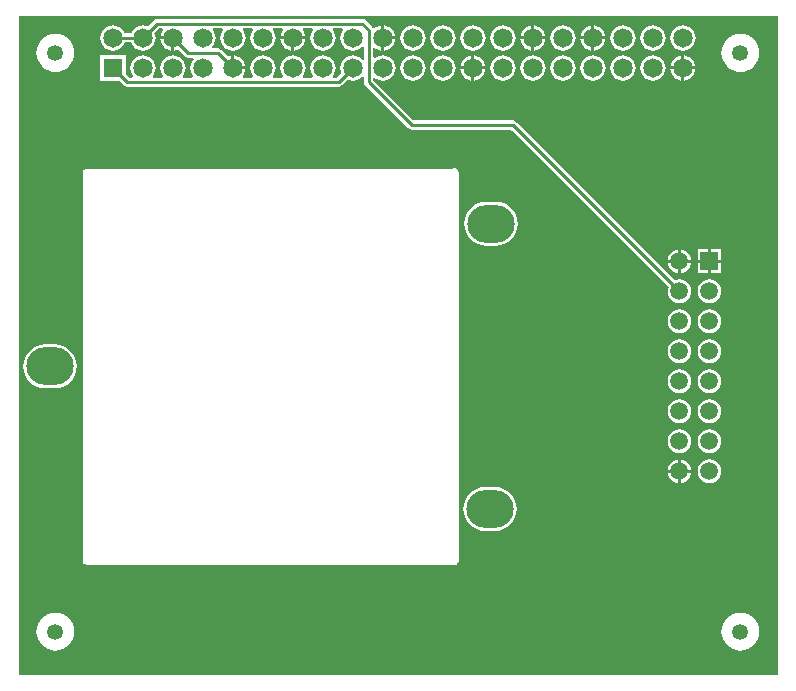
<source format=gbl>
G04*
G04 #@! TF.GenerationSoftware,Altium Limited,Altium Designer,18.1.6 (161)*
G04*
G04 Layer_Physical_Order=2*
G04 Layer_Color=16711680*
%FSLAX25Y25*%
%MOIN*%
G70*
G01*
G75*
%ADD10C,0.01000*%
%ADD19R,0.06457X0.06457*%
%ADD20C,0.06457*%
%ADD21C,0.05315*%
%ADD22O,0.15748X0.12598*%
%ADD23R,0.05906X0.05906*%
%ADD24C,0.05906*%
G36*
X254376Y-109691D02*
X1529D01*
Y109691D01*
X254376D01*
Y-109691D01*
D02*
G37*
%LPC*%
G36*
X116000Y108809D02*
X47594D01*
X47009Y108693D01*
X46513Y108361D01*
X44541Y106389D01*
X43938Y106639D01*
X42835Y106784D01*
X41731Y106639D01*
X40702Y106213D01*
X39819Y105535D01*
X39141Y104652D01*
X38891Y104049D01*
X36778D01*
X36528Y104652D01*
X35850Y105535D01*
X34967Y106213D01*
X33938Y106639D01*
X32835Y106784D01*
X31731Y106639D01*
X30702Y106213D01*
X29819Y105535D01*
X29141Y104652D01*
X28715Y103623D01*
X28570Y102520D01*
X28715Y101416D01*
X29141Y100387D01*
X29819Y99504D01*
X30702Y98826D01*
X31731Y98400D01*
X32835Y98255D01*
X33938Y98400D01*
X34967Y98826D01*
X35850Y99504D01*
X36528Y100387D01*
X36778Y100990D01*
X38891D01*
X39141Y100387D01*
X39819Y99504D01*
X40702Y98826D01*
X41731Y98400D01*
X42835Y98255D01*
X43938Y98400D01*
X44967Y98826D01*
X45850Y99504D01*
X46528Y100387D01*
X46954Y101416D01*
X47099Y102520D01*
X46954Y103623D01*
X46704Y104227D01*
X48228Y105750D01*
X49353D01*
X49600Y105250D01*
X49141Y104652D01*
X48715Y103623D01*
X48636Y103020D01*
X52835D01*
Y102520D01*
X53335D01*
Y98321D01*
X53938Y98400D01*
X54541Y98650D01*
X56793Y96398D01*
X57289Y96066D01*
X57875Y95950D01*
X59613D01*
X59753Y95450D01*
X59141Y94652D01*
X58715Y93624D01*
X58570Y92520D01*
X58715Y91416D01*
X59141Y90387D01*
X59585Y89809D01*
X59338Y89309D01*
X56331D01*
X56084Y89809D01*
X56528Y90387D01*
X56954Y91416D01*
X57099Y92520D01*
X56954Y93624D01*
X56528Y94652D01*
X55850Y95535D01*
X54967Y96213D01*
X53938Y96639D01*
X52835Y96785D01*
X51731Y96639D01*
X50702Y96213D01*
X49819Y95535D01*
X49141Y94652D01*
X48715Y93624D01*
X48570Y92520D01*
X48715Y91416D01*
X49141Y90387D01*
X49585Y89809D01*
X49338Y89309D01*
X46331D01*
X46084Y89809D01*
X46528Y90387D01*
X46954Y91416D01*
X47099Y92520D01*
X46954Y93624D01*
X46528Y94652D01*
X45850Y95535D01*
X44967Y96213D01*
X43938Y96639D01*
X42835Y96785D01*
X41731Y96639D01*
X40702Y96213D01*
X39819Y95535D01*
X39141Y94652D01*
X38715Y93624D01*
X38570Y92520D01*
X38715Y91416D01*
X39141Y90387D01*
X39585Y89809D01*
X39338Y89309D01*
X38208D01*
X37063Y90454D01*
Y96748D01*
X28606D01*
Y88291D01*
X34900D01*
X36493Y86698D01*
X36990Y86366D01*
X37575Y86250D01*
X108094D01*
X108680Y86366D01*
X109176Y86698D01*
X111128Y88650D01*
X111731Y88400D01*
X112835Y88255D01*
X113938Y88400D01*
X114967Y88826D01*
X115850Y89504D01*
X116071Y89791D01*
X116571Y89622D01*
Y87779D01*
X116687Y87194D01*
X117019Y86698D01*
X131319Y72398D01*
X131815Y72066D01*
X132400Y71950D01*
X165641D01*
X218042Y19549D01*
X217850Y19085D01*
X217714Y18053D01*
X217850Y17021D01*
X218248Y16059D01*
X218882Y15234D01*
X219708Y14600D01*
X220669Y14202D01*
X221701Y14066D01*
X222733Y14202D01*
X223694Y14600D01*
X224520Y15234D01*
X225154Y16059D01*
X225552Y17021D01*
X225688Y18053D01*
X225552Y19085D01*
X225154Y20046D01*
X224520Y20872D01*
X223694Y21505D01*
X222733Y21904D01*
X221701Y22040D01*
X220669Y21904D01*
X220205Y21711D01*
X167356Y74561D01*
X166859Y74892D01*
X166274Y75009D01*
X133034D01*
X119629Y88413D01*
Y89019D01*
X120129Y89266D01*
X120702Y88826D01*
X121731Y88400D01*
X122835Y88255D01*
X123938Y88400D01*
X124967Y88826D01*
X125850Y89504D01*
X126528Y90387D01*
X126954Y91416D01*
X127099Y92520D01*
X126954Y93624D01*
X126528Y94652D01*
X125850Y95535D01*
X124967Y96213D01*
X123938Y96639D01*
X122835Y96785D01*
X121731Y96639D01*
X120702Y96213D01*
X120129Y95774D01*
X119629Y96020D01*
Y99019D01*
X120129Y99266D01*
X120702Y98826D01*
X121731Y98400D01*
X122335Y98321D01*
Y102520D01*
Y106719D01*
X121731Y106639D01*
X120702Y106213D01*
X120035Y105701D01*
X119840Y105725D01*
X119473Y105838D01*
X119451Y105857D01*
X119181Y106261D01*
X117081Y108361D01*
X116585Y108693D01*
X116000Y108809D01*
D02*
G37*
G36*
X193335Y106719D02*
Y103020D01*
X197034D01*
X196954Y103623D01*
X196528Y104652D01*
X195850Y105535D01*
X194967Y106213D01*
X193938Y106639D01*
X193335Y106719D01*
D02*
G37*
G36*
X173335D02*
Y103020D01*
X177034D01*
X176954Y103623D01*
X176528Y104652D01*
X175850Y105535D01*
X174967Y106213D01*
X173938Y106639D01*
X173335Y106719D01*
D02*
G37*
G36*
X123335D02*
Y103020D01*
X127034D01*
X126954Y103623D01*
X126528Y104652D01*
X125850Y105535D01*
X124967Y106213D01*
X123938Y106639D01*
X123335Y106719D01*
D02*
G37*
G36*
X192335Y106719D02*
X191731Y106639D01*
X190702Y106213D01*
X189819Y105535D01*
X189141Y104652D01*
X188715Y103623D01*
X188636Y103020D01*
X192335D01*
Y106719D01*
D02*
G37*
G36*
X172335D02*
X171731Y106639D01*
X170702Y106213D01*
X169819Y105535D01*
X169141Y104652D01*
X168715Y103623D01*
X168635Y103020D01*
X172335D01*
Y106719D01*
D02*
G37*
G36*
X197034Y102020D02*
X193335D01*
Y98321D01*
X193938Y98400D01*
X194967Y98826D01*
X195850Y99504D01*
X196528Y100387D01*
X196954Y101416D01*
X197034Y102020D01*
D02*
G37*
G36*
X177033D02*
X173335D01*
Y98321D01*
X173938Y98400D01*
X174967Y98826D01*
X175850Y99504D01*
X176528Y100387D01*
X176954Y101416D01*
X177033Y102020D01*
D02*
G37*
G36*
X127033D02*
X123335D01*
Y98321D01*
X123938Y98400D01*
X124967Y98826D01*
X125850Y99504D01*
X126528Y100387D01*
X126954Y101416D01*
X127033Y102020D01*
D02*
G37*
G36*
X52335D02*
X48636D01*
X48715Y101416D01*
X49141Y100387D01*
X49819Y99504D01*
X50702Y98826D01*
X51731Y98400D01*
X52335Y98321D01*
Y102020D01*
D02*
G37*
G36*
X192335D02*
X188636D01*
X188715Y101416D01*
X189141Y100387D01*
X189819Y99504D01*
X190702Y98826D01*
X191731Y98400D01*
X192335Y98321D01*
Y102020D01*
D02*
G37*
G36*
X172335D02*
X168635D01*
X168715Y101416D01*
X169141Y100387D01*
X169819Y99504D01*
X170702Y98826D01*
X171731Y98400D01*
X172335Y98321D01*
Y102020D01*
D02*
G37*
G36*
X222834Y106784D02*
X221731Y106639D01*
X220702Y106213D01*
X219819Y105535D01*
X219141Y104652D01*
X218715Y103623D01*
X218570Y102520D01*
X218715Y101416D01*
X219141Y100387D01*
X219819Y99504D01*
X220702Y98826D01*
X221731Y98400D01*
X222834Y98255D01*
X223938Y98400D01*
X224967Y98826D01*
X225850Y99504D01*
X226528Y100387D01*
X226954Y101416D01*
X227099Y102520D01*
X226954Y103623D01*
X226528Y104652D01*
X225850Y105535D01*
X224967Y106213D01*
X223938Y106639D01*
X222834Y106784D01*
D02*
G37*
G36*
X212835D02*
X211731Y106639D01*
X210702Y106213D01*
X209819Y105535D01*
X209141Y104652D01*
X208715Y103623D01*
X208570Y102520D01*
X208715Y101416D01*
X209141Y100387D01*
X209819Y99504D01*
X210702Y98826D01*
X211731Y98400D01*
X212835Y98255D01*
X213938Y98400D01*
X214967Y98826D01*
X215850Y99504D01*
X216528Y100387D01*
X216954Y101416D01*
X217099Y102520D01*
X216954Y103623D01*
X216528Y104652D01*
X215850Y105535D01*
X214967Y106213D01*
X213938Y106639D01*
X212835Y106784D01*
D02*
G37*
G36*
X202835D02*
X201731Y106639D01*
X200702Y106213D01*
X199819Y105535D01*
X199141Y104652D01*
X198715Y103623D01*
X198570Y102520D01*
X198715Y101416D01*
X199141Y100387D01*
X199819Y99504D01*
X200702Y98826D01*
X201731Y98400D01*
X202835Y98255D01*
X203938Y98400D01*
X204967Y98826D01*
X205850Y99504D01*
X206528Y100387D01*
X206954Y101416D01*
X207099Y102520D01*
X206954Y103623D01*
X206528Y104652D01*
X205850Y105535D01*
X204967Y106213D01*
X203938Y106639D01*
X202835Y106784D01*
D02*
G37*
G36*
X182834D02*
X181731Y106639D01*
X180702Y106213D01*
X179819Y105535D01*
X179141Y104652D01*
X178715Y103623D01*
X178570Y102520D01*
X178715Y101416D01*
X179141Y100387D01*
X179819Y99504D01*
X180702Y98826D01*
X181731Y98400D01*
X182834Y98255D01*
X183938Y98400D01*
X184967Y98826D01*
X185850Y99504D01*
X186528Y100387D01*
X186954Y101416D01*
X187099Y102520D01*
X186954Y103623D01*
X186528Y104652D01*
X185850Y105535D01*
X184967Y106213D01*
X183938Y106639D01*
X182834Y106784D01*
D02*
G37*
G36*
X162835D02*
X161731Y106639D01*
X160702Y106213D01*
X159819Y105535D01*
X159141Y104652D01*
X158715Y103623D01*
X158570Y102520D01*
X158715Y101416D01*
X159141Y100387D01*
X159819Y99504D01*
X160702Y98826D01*
X161731Y98400D01*
X162835Y98255D01*
X163938Y98400D01*
X164967Y98826D01*
X165850Y99504D01*
X166528Y100387D01*
X166954Y101416D01*
X167099Y102520D01*
X166954Y103623D01*
X166528Y104652D01*
X165850Y105535D01*
X164967Y106213D01*
X163938Y106639D01*
X162835Y106784D01*
D02*
G37*
G36*
X152834D02*
X151731Y106639D01*
X150702Y106213D01*
X149819Y105535D01*
X149141Y104652D01*
X148715Y103623D01*
X148570Y102520D01*
X148715Y101416D01*
X149141Y100387D01*
X149819Y99504D01*
X150702Y98826D01*
X151731Y98400D01*
X152834Y98255D01*
X153938Y98400D01*
X154967Y98826D01*
X155850Y99504D01*
X156528Y100387D01*
X156954Y101416D01*
X157099Y102520D01*
X156954Y103623D01*
X156528Y104652D01*
X155850Y105535D01*
X154967Y106213D01*
X153938Y106639D01*
X152834Y106784D01*
D02*
G37*
G36*
X142834D02*
X141731Y106639D01*
X140702Y106213D01*
X139819Y105535D01*
X139141Y104652D01*
X138715Y103623D01*
X138570Y102520D01*
X138715Y101416D01*
X139141Y100387D01*
X139819Y99504D01*
X140702Y98826D01*
X141731Y98400D01*
X142834Y98255D01*
X143938Y98400D01*
X144967Y98826D01*
X145850Y99504D01*
X146528Y100387D01*
X146954Y101416D01*
X147099Y102520D01*
X146954Y103623D01*
X146528Y104652D01*
X145850Y105535D01*
X144967Y106213D01*
X143938Y106639D01*
X142834Y106784D01*
D02*
G37*
G36*
X132834D02*
X131731Y106639D01*
X130702Y106213D01*
X129819Y105535D01*
X129141Y104652D01*
X128715Y103623D01*
X128570Y102520D01*
X128715Y101416D01*
X129141Y100387D01*
X129819Y99504D01*
X130702Y98826D01*
X131731Y98400D01*
X132834Y98255D01*
X133938Y98400D01*
X134967Y98826D01*
X135850Y99504D01*
X136528Y100387D01*
X136954Y101416D01*
X137099Y102520D01*
X136954Y103623D01*
X136528Y104652D01*
X135850Y105535D01*
X134967Y106213D01*
X133938Y106639D01*
X132834Y106784D01*
D02*
G37*
G36*
X223335Y96719D02*
Y93020D01*
X227034D01*
X226954Y93624D01*
X226528Y94652D01*
X225850Y95535D01*
X224967Y96213D01*
X223938Y96639D01*
X223335Y96719D01*
D02*
G37*
G36*
X153335D02*
Y93020D01*
X157034D01*
X156954Y93624D01*
X156528Y94652D01*
X155850Y95535D01*
X154967Y96213D01*
X153938Y96639D01*
X153335Y96719D01*
D02*
G37*
G36*
X222335Y96719D02*
X221731Y96639D01*
X220702Y96213D01*
X219819Y95535D01*
X219141Y94652D01*
X218715Y93624D01*
X218636Y93020D01*
X222335D01*
Y96719D01*
D02*
G37*
G36*
X152335D02*
X151731Y96639D01*
X150702Y96213D01*
X149819Y95535D01*
X149141Y94652D01*
X148715Y93624D01*
X148635Y93020D01*
X152335D01*
Y96719D01*
D02*
G37*
G36*
X242008Y103865D02*
X240770Y103743D01*
X239579Y103382D01*
X238482Y102796D01*
X237521Y102007D01*
X236732Y101045D01*
X236145Y99948D01*
X235784Y98758D01*
X235662Y97520D01*
X235784Y96282D01*
X236145Y95091D01*
X236732Y93994D01*
X237521Y93033D01*
X238482Y92244D01*
X239579Y91657D01*
X240770Y91296D01*
X242008Y91174D01*
X243246Y91296D01*
X244436Y91657D01*
X245533Y92244D01*
X246495Y93033D01*
X247284Y93994D01*
X247870Y95091D01*
X248231Y96282D01*
X248353Y97520D01*
X248231Y98758D01*
X247870Y99948D01*
X247284Y101045D01*
X246495Y102007D01*
X245533Y102796D01*
X244436Y103382D01*
X243246Y103743D01*
X242008Y103865D01*
D02*
G37*
G36*
X13661D02*
X12423Y103743D01*
X11233Y103382D01*
X10136Y102796D01*
X9174Y102007D01*
X8385Y101045D01*
X7799Y99948D01*
X7438Y98758D01*
X7316Y97520D01*
X7438Y96282D01*
X7799Y95091D01*
X8385Y93994D01*
X9174Y93033D01*
X10136Y92244D01*
X11233Y91657D01*
X12423Y91296D01*
X13661Y91174D01*
X14899Y91296D01*
X16090Y91657D01*
X17187Y92244D01*
X18148Y93033D01*
X18937Y93994D01*
X19524Y95091D01*
X19885Y96282D01*
X20007Y97520D01*
X19885Y98758D01*
X19524Y99948D01*
X18937Y101045D01*
X18148Y102007D01*
X17187Y102796D01*
X16090Y103382D01*
X14899Y103743D01*
X13661Y103865D01*
D02*
G37*
G36*
X227034Y92020D02*
X223335D01*
Y88321D01*
X223938Y88400D01*
X224967Y88826D01*
X225850Y89504D01*
X226528Y90387D01*
X226954Y91416D01*
X227034Y92020D01*
D02*
G37*
G36*
X157034D02*
X153335D01*
Y88321D01*
X153938Y88400D01*
X154967Y88826D01*
X155850Y89504D01*
X156528Y90387D01*
X156954Y91416D01*
X157034Y92020D01*
D02*
G37*
G36*
X222335D02*
X218636D01*
X218715Y91416D01*
X219141Y90387D01*
X219819Y89504D01*
X220702Y88826D01*
X221731Y88400D01*
X222335Y88321D01*
Y92020D01*
D02*
G37*
G36*
X152335D02*
X148635D01*
X148715Y91416D01*
X149141Y90387D01*
X149819Y89504D01*
X150702Y88826D01*
X151731Y88400D01*
X152335Y88321D01*
Y92020D01*
D02*
G37*
G36*
X212835Y96785D02*
X211731Y96639D01*
X210702Y96213D01*
X209819Y95535D01*
X209141Y94652D01*
X208715Y93624D01*
X208570Y92520D01*
X208715Y91416D01*
X209141Y90387D01*
X209819Y89504D01*
X210702Y88826D01*
X211731Y88400D01*
X212835Y88255D01*
X213938Y88400D01*
X214967Y88826D01*
X215850Y89504D01*
X216528Y90387D01*
X216954Y91416D01*
X217099Y92520D01*
X216954Y93624D01*
X216528Y94652D01*
X215850Y95535D01*
X214967Y96213D01*
X213938Y96639D01*
X212835Y96785D01*
D02*
G37*
G36*
X202835D02*
X201731Y96639D01*
X200702Y96213D01*
X199819Y95535D01*
X199141Y94652D01*
X198715Y93624D01*
X198570Y92520D01*
X198715Y91416D01*
X199141Y90387D01*
X199819Y89504D01*
X200702Y88826D01*
X201731Y88400D01*
X202835Y88255D01*
X203938Y88400D01*
X204967Y88826D01*
X205850Y89504D01*
X206528Y90387D01*
X206954Y91416D01*
X207099Y92520D01*
X206954Y93624D01*
X206528Y94652D01*
X205850Y95535D01*
X204967Y96213D01*
X203938Y96639D01*
X202835Y96785D01*
D02*
G37*
G36*
X192834D02*
X191731Y96639D01*
X190702Y96213D01*
X189819Y95535D01*
X189141Y94652D01*
X188715Y93624D01*
X188570Y92520D01*
X188715Y91416D01*
X189141Y90387D01*
X189819Y89504D01*
X190702Y88826D01*
X191731Y88400D01*
X192834Y88255D01*
X193938Y88400D01*
X194967Y88826D01*
X195850Y89504D01*
X196528Y90387D01*
X196954Y91416D01*
X197099Y92520D01*
X196954Y93624D01*
X196528Y94652D01*
X195850Y95535D01*
X194967Y96213D01*
X193938Y96639D01*
X192834Y96785D01*
D02*
G37*
G36*
X182834D02*
X181731Y96639D01*
X180702Y96213D01*
X179819Y95535D01*
X179141Y94652D01*
X178715Y93624D01*
X178570Y92520D01*
X178715Y91416D01*
X179141Y90387D01*
X179819Y89504D01*
X180702Y88826D01*
X181731Y88400D01*
X182834Y88255D01*
X183938Y88400D01*
X184967Y88826D01*
X185850Y89504D01*
X186528Y90387D01*
X186954Y91416D01*
X187099Y92520D01*
X186954Y93624D01*
X186528Y94652D01*
X185850Y95535D01*
X184967Y96213D01*
X183938Y96639D01*
X182834Y96785D01*
D02*
G37*
G36*
X172835D02*
X171731Y96639D01*
X170702Y96213D01*
X169819Y95535D01*
X169141Y94652D01*
X168715Y93624D01*
X168570Y92520D01*
X168715Y91416D01*
X169141Y90387D01*
X169819Y89504D01*
X170702Y88826D01*
X171731Y88400D01*
X172835Y88255D01*
X173938Y88400D01*
X174967Y88826D01*
X175850Y89504D01*
X176528Y90387D01*
X176954Y91416D01*
X177099Y92520D01*
X176954Y93624D01*
X176528Y94652D01*
X175850Y95535D01*
X174967Y96213D01*
X173938Y96639D01*
X172835Y96785D01*
D02*
G37*
G36*
X162835D02*
X161731Y96639D01*
X160702Y96213D01*
X159819Y95535D01*
X159141Y94652D01*
X158715Y93624D01*
X158570Y92520D01*
X158715Y91416D01*
X159141Y90387D01*
X159819Y89504D01*
X160702Y88826D01*
X161731Y88400D01*
X162835Y88255D01*
X163938Y88400D01*
X164967Y88826D01*
X165850Y89504D01*
X166528Y90387D01*
X166954Y91416D01*
X167099Y92520D01*
X166954Y93624D01*
X166528Y94652D01*
X165850Y95535D01*
X164967Y96213D01*
X163938Y96639D01*
X162835Y96785D01*
D02*
G37*
G36*
X142834D02*
X141731Y96639D01*
X140702Y96213D01*
X139819Y95535D01*
X139141Y94652D01*
X138715Y93624D01*
X138570Y92520D01*
X138715Y91416D01*
X139141Y90387D01*
X139819Y89504D01*
X140702Y88826D01*
X141731Y88400D01*
X142834Y88255D01*
X143938Y88400D01*
X144967Y88826D01*
X145850Y89504D01*
X146528Y90387D01*
X146954Y91416D01*
X147099Y92520D01*
X146954Y93624D01*
X146528Y94652D01*
X145850Y95535D01*
X144967Y96213D01*
X143938Y96639D01*
X142834Y96785D01*
D02*
G37*
G36*
X132834D02*
X131731Y96639D01*
X130702Y96213D01*
X129819Y95535D01*
X129141Y94652D01*
X128715Y93624D01*
X128570Y92520D01*
X128715Y91416D01*
X129141Y90387D01*
X129819Y89504D01*
X130702Y88826D01*
X131731Y88400D01*
X132834Y88255D01*
X133938Y88400D01*
X134967Y88826D01*
X135850Y89504D01*
X136528Y90387D01*
X136954Y91416D01*
X137099Y92520D01*
X136954Y93624D01*
X136528Y94652D01*
X135850Y95535D01*
X134967Y96213D01*
X133938Y96639D01*
X132834Y96785D01*
D02*
G37*
G36*
X160433Y47972D02*
X157284D01*
X155853Y47831D01*
X154477Y47414D01*
X153209Y46736D01*
X152097Y45824D01*
X151185Y44713D01*
X150507Y43445D01*
X150090Y42069D01*
X149949Y40638D01*
X150090Y39207D01*
X150507Y37831D01*
X151185Y36563D01*
X152097Y35452D01*
X153209Y34539D01*
X154477Y33862D01*
X155853Y33444D01*
X157284Y33303D01*
X160433D01*
X161864Y33444D01*
X163240Y33862D01*
X164508Y34539D01*
X165620Y35452D01*
X166532Y36563D01*
X167209Y37831D01*
X167627Y39207D01*
X167768Y40638D01*
X167627Y42069D01*
X167209Y43445D01*
X166532Y44713D01*
X165620Y45824D01*
X164508Y46736D01*
X163240Y47414D01*
X161864Y47831D01*
X160433Y47972D01*
D02*
G37*
G36*
X235654Y32006D02*
X232201D01*
Y28553D01*
X235654D01*
Y32006D01*
D02*
G37*
G36*
X222201Y31974D02*
Y28553D01*
X225622D01*
X225552Y29085D01*
X225154Y30046D01*
X224520Y30872D01*
X223694Y31505D01*
X222733Y31904D01*
X222201Y31974D01*
D02*
G37*
G36*
X221201D02*
X220669Y31904D01*
X219708Y31505D01*
X218882Y30872D01*
X218248Y30046D01*
X217850Y29085D01*
X217780Y28553D01*
X221201D01*
Y31974D01*
D02*
G37*
G36*
X231201Y32006D02*
X227748D01*
Y28553D01*
X231201D01*
Y32006D01*
D02*
G37*
G36*
X225622Y27553D02*
X222201D01*
Y24132D01*
X222733Y24202D01*
X223694Y24600D01*
X224520Y25234D01*
X225154Y26059D01*
X225552Y27021D01*
X225622Y27553D01*
D02*
G37*
G36*
X221201D02*
X217780D01*
X217850Y27021D01*
X218248Y26059D01*
X218882Y25234D01*
X219708Y24600D01*
X220669Y24202D01*
X221201Y24132D01*
Y27553D01*
D02*
G37*
G36*
X235654D02*
X232201D01*
Y24100D01*
X235654D01*
Y27553D01*
D02*
G37*
G36*
X231201D02*
X227748D01*
Y24100D01*
X231201D01*
Y27553D01*
D02*
G37*
G36*
X231701Y22040D02*
X230669Y21904D01*
X229708Y21505D01*
X228882Y20872D01*
X228248Y20046D01*
X227850Y19085D01*
X227714Y18053D01*
X227850Y17021D01*
X228248Y16059D01*
X228882Y15234D01*
X229708Y14600D01*
X230669Y14202D01*
X231701Y14066D01*
X232733Y14202D01*
X233694Y14600D01*
X234520Y15234D01*
X235154Y16059D01*
X235552Y17021D01*
X235688Y18053D01*
X235552Y19085D01*
X235154Y20046D01*
X234520Y20872D01*
X233694Y21505D01*
X232733Y21904D01*
X231701Y22040D01*
D02*
G37*
G36*
Y12040D02*
X230669Y11904D01*
X229708Y11505D01*
X228882Y10872D01*
X228248Y10046D01*
X227850Y9085D01*
X227714Y8053D01*
X227850Y7021D01*
X228248Y6059D01*
X228882Y5234D01*
X229708Y4600D01*
X230669Y4202D01*
X231701Y4066D01*
X232733Y4202D01*
X233694Y4600D01*
X234520Y5234D01*
X235154Y6059D01*
X235552Y7021D01*
X235688Y8053D01*
X235552Y9085D01*
X235154Y10046D01*
X234520Y10872D01*
X233694Y11505D01*
X232733Y11904D01*
X231701Y12040D01*
D02*
G37*
G36*
X221701D02*
X220669Y11904D01*
X219708Y11505D01*
X218882Y10872D01*
X218248Y10046D01*
X217850Y9085D01*
X217714Y8053D01*
X217850Y7021D01*
X218248Y6059D01*
X218882Y5234D01*
X219708Y4600D01*
X220669Y4202D01*
X221701Y4066D01*
X222733Y4202D01*
X223694Y4600D01*
X224520Y5234D01*
X225154Y6059D01*
X225552Y7021D01*
X225688Y8053D01*
X225552Y9085D01*
X225154Y10046D01*
X224520Y10872D01*
X223694Y11505D01*
X222733Y11904D01*
X221701Y12040D01*
D02*
G37*
G36*
X231701Y2040D02*
X230669Y1904D01*
X229708Y1505D01*
X228882Y872D01*
X228248Y46D01*
X227850Y-915D01*
X227714Y-1947D01*
X227850Y-2979D01*
X228248Y-3941D01*
X228882Y-4766D01*
X229708Y-5400D01*
X230669Y-5798D01*
X231701Y-5934D01*
X232733Y-5798D01*
X233694Y-5400D01*
X234520Y-4766D01*
X235154Y-3941D01*
X235552Y-2979D01*
X235688Y-1947D01*
X235552Y-915D01*
X235154Y46D01*
X234520Y872D01*
X233694Y1505D01*
X232733Y1904D01*
X231701Y2040D01*
D02*
G37*
G36*
X221701D02*
X220669Y1904D01*
X219708Y1505D01*
X218882Y872D01*
X218248Y46D01*
X217850Y-915D01*
X217714Y-1947D01*
X217850Y-2979D01*
X218248Y-3941D01*
X218882Y-4766D01*
X219708Y-5400D01*
X220669Y-5798D01*
X221701Y-5934D01*
X222733Y-5798D01*
X223694Y-5400D01*
X224520Y-4766D01*
X225154Y-3941D01*
X225552Y-2979D01*
X225688Y-1947D01*
X225552Y-915D01*
X225154Y46D01*
X224520Y872D01*
X223694Y1505D01*
X222733Y1904D01*
X221701Y2040D01*
D02*
G37*
G36*
X13406Y335D02*
X10256D01*
X8825Y194D01*
X7449Y-224D01*
X6181Y-902D01*
X5070Y-1814D01*
X4158Y-2925D01*
X3480Y-4193D01*
X3062Y-5569D01*
X2922Y-7000D01*
X3062Y-8431D01*
X3480Y-9807D01*
X4158Y-11075D01*
X5070Y-12186D01*
X6181Y-13098D01*
X7449Y-13776D01*
X8825Y-14194D01*
X10256Y-14334D01*
X13406D01*
X14837Y-14194D01*
X16212Y-13776D01*
X17480Y-13098D01*
X18592Y-12186D01*
X19504Y-11075D01*
X20182Y-9807D01*
X20599Y-8431D01*
X20740Y-7000D01*
X20599Y-5569D01*
X20182Y-4193D01*
X19504Y-2925D01*
X18592Y-1814D01*
X17480Y-902D01*
X16212Y-224D01*
X14837Y194D01*
X13406Y335D01*
D02*
G37*
G36*
X231701Y-7960D02*
X230669Y-8096D01*
X229708Y-8495D01*
X228882Y-9128D01*
X228248Y-9954D01*
X227850Y-10915D01*
X227714Y-11947D01*
X227850Y-12979D01*
X228248Y-13941D01*
X228882Y-14766D01*
X229708Y-15400D01*
X230669Y-15798D01*
X231701Y-15934D01*
X232733Y-15798D01*
X233694Y-15400D01*
X234520Y-14766D01*
X235154Y-13941D01*
X235552Y-12979D01*
X235688Y-11947D01*
X235552Y-10915D01*
X235154Y-9954D01*
X234520Y-9128D01*
X233694Y-8495D01*
X232733Y-8096D01*
X231701Y-7960D01*
D02*
G37*
G36*
X221701D02*
X220669Y-8096D01*
X219708Y-8495D01*
X218882Y-9128D01*
X218248Y-9954D01*
X217850Y-10915D01*
X217714Y-11947D01*
X217850Y-12979D01*
X218248Y-13941D01*
X218882Y-14766D01*
X219708Y-15400D01*
X220669Y-15798D01*
X221701Y-15934D01*
X222733Y-15798D01*
X223694Y-15400D01*
X224520Y-14766D01*
X225154Y-13941D01*
X225552Y-12979D01*
X225688Y-11947D01*
X225552Y-10915D01*
X225154Y-9954D01*
X224520Y-9128D01*
X223694Y-8495D01*
X222733Y-8096D01*
X221701Y-7960D01*
D02*
G37*
G36*
X231701Y-17960D02*
X230669Y-18096D01*
X229708Y-18495D01*
X228882Y-19128D01*
X228248Y-19954D01*
X227850Y-20915D01*
X227714Y-21947D01*
X227850Y-22979D01*
X228248Y-23941D01*
X228882Y-24766D01*
X229708Y-25400D01*
X230669Y-25798D01*
X231701Y-25934D01*
X232733Y-25798D01*
X233694Y-25400D01*
X234520Y-24766D01*
X235154Y-23941D01*
X235552Y-22979D01*
X235688Y-21947D01*
X235552Y-20915D01*
X235154Y-19954D01*
X234520Y-19128D01*
X233694Y-18495D01*
X232733Y-18096D01*
X231701Y-17960D01*
D02*
G37*
G36*
X221701D02*
X220669Y-18096D01*
X219708Y-18495D01*
X218882Y-19128D01*
X218248Y-19954D01*
X217850Y-20915D01*
X217714Y-21947D01*
X217850Y-22979D01*
X218248Y-23941D01*
X218882Y-24766D01*
X219708Y-25400D01*
X220669Y-25798D01*
X221701Y-25934D01*
X222733Y-25798D01*
X223694Y-25400D01*
X224520Y-24766D01*
X225154Y-23941D01*
X225552Y-22979D01*
X225688Y-21947D01*
X225552Y-20915D01*
X225154Y-19954D01*
X224520Y-19128D01*
X223694Y-18495D01*
X222733Y-18096D01*
X221701Y-17960D01*
D02*
G37*
G36*
X231701Y-27960D02*
X230669Y-28096D01*
X229708Y-28495D01*
X228882Y-29128D01*
X228248Y-29954D01*
X227850Y-30915D01*
X227714Y-31947D01*
X227850Y-32979D01*
X228248Y-33941D01*
X228882Y-34766D01*
X229708Y-35400D01*
X230669Y-35798D01*
X231701Y-35934D01*
X232733Y-35798D01*
X233694Y-35400D01*
X234520Y-34766D01*
X235154Y-33941D01*
X235552Y-32979D01*
X235688Y-31947D01*
X235552Y-30915D01*
X235154Y-29954D01*
X234520Y-29128D01*
X233694Y-28495D01*
X232733Y-28096D01*
X231701Y-27960D01*
D02*
G37*
G36*
X221701D02*
X220669Y-28096D01*
X219708Y-28495D01*
X218882Y-29128D01*
X218248Y-29954D01*
X217850Y-30915D01*
X217714Y-31947D01*
X217850Y-32979D01*
X218248Y-33941D01*
X218882Y-34766D01*
X219708Y-35400D01*
X220669Y-35798D01*
X221701Y-35934D01*
X222733Y-35798D01*
X223694Y-35400D01*
X224520Y-34766D01*
X225154Y-33941D01*
X225552Y-32979D01*
X225688Y-31947D01*
X225552Y-30915D01*
X225154Y-29954D01*
X224520Y-29128D01*
X223694Y-28495D01*
X222733Y-28096D01*
X221701Y-27960D01*
D02*
G37*
G36*
X222201Y-38026D02*
Y-41447D01*
X225622D01*
X225552Y-40915D01*
X225154Y-39954D01*
X224520Y-39128D01*
X223694Y-38495D01*
X222733Y-38096D01*
X222201Y-38026D01*
D02*
G37*
G36*
X221201D02*
X220669Y-38096D01*
X219708Y-38495D01*
X218882Y-39128D01*
X218248Y-39954D01*
X217850Y-40915D01*
X217780Y-41447D01*
X221201D01*
Y-38026D01*
D02*
G37*
G36*
X225622Y-42447D02*
X222201D01*
Y-45868D01*
X222733Y-45798D01*
X223694Y-45400D01*
X224520Y-44766D01*
X225154Y-43941D01*
X225552Y-42979D01*
X225622Y-42447D01*
D02*
G37*
G36*
X221201D02*
X217780D01*
X217850Y-42979D01*
X218248Y-43941D01*
X218882Y-44766D01*
X219708Y-45400D01*
X220669Y-45798D01*
X221201Y-45868D01*
Y-42447D01*
D02*
G37*
G36*
X231701Y-37960D02*
X230669Y-38096D01*
X229708Y-38495D01*
X228882Y-39128D01*
X228248Y-39954D01*
X227850Y-40915D01*
X227714Y-41947D01*
X227850Y-42979D01*
X228248Y-43941D01*
X228882Y-44766D01*
X229708Y-45400D01*
X230669Y-45798D01*
X231701Y-45934D01*
X232733Y-45798D01*
X233694Y-45400D01*
X234520Y-44766D01*
X235154Y-43941D01*
X235552Y-42979D01*
X235688Y-41947D01*
X235552Y-40915D01*
X235154Y-39954D01*
X234520Y-39128D01*
X233694Y-38495D01*
X232733Y-38096D01*
X231701Y-37960D01*
D02*
G37*
G36*
X160079Y-47193D02*
X156929D01*
X155498Y-47334D01*
X154122Y-47751D01*
X152854Y-48429D01*
X151743Y-49341D01*
X150831Y-50453D01*
X150153Y-51721D01*
X149736Y-53097D01*
X149595Y-54527D01*
X149736Y-55958D01*
X150153Y-57334D01*
X150831Y-58602D01*
X151743Y-59714D01*
X152854Y-60626D01*
X154122Y-61304D01*
X155498Y-61721D01*
X156929Y-61862D01*
X160079D01*
X161510Y-61721D01*
X162886Y-61304D01*
X164154Y-60626D01*
X165265Y-59714D01*
X166177Y-58602D01*
X166855Y-57334D01*
X167272Y-55958D01*
X167413Y-54527D01*
X167272Y-53097D01*
X166855Y-51721D01*
X166177Y-50453D01*
X165265Y-49341D01*
X164154Y-48429D01*
X162886Y-47751D01*
X161510Y-47334D01*
X160079Y-47193D01*
D02*
G37*
G36*
X146756Y59185D02*
X146366Y59107D01*
X146035Y58886D01*
X145834Y58685D01*
X23756D01*
X23366Y58607D01*
X23035Y58386D01*
X22814Y58056D01*
X22736Y57665D01*
Y-71589D01*
X22756Y-71688D01*
Y-71963D01*
X22757Y-71965D01*
X22756Y-71968D01*
X22795Y-72160D01*
X22834Y-72353D01*
X22835Y-72355D01*
X22835Y-72357D01*
X22945Y-72520D01*
X23055Y-72684D01*
X23057Y-72685D01*
X23058Y-72687D01*
X23222Y-72795D01*
X23385Y-72905D01*
X23388Y-72905D01*
X23390Y-72907D01*
X23583Y-72944D01*
X23776Y-72983D01*
X23778Y-72982D01*
X23780Y-72983D01*
X23794Y-72983D01*
X23866Y-73031D01*
X24256Y-73108D01*
X146756D01*
X147146Y-73031D01*
X147477Y-72809D01*
X147698Y-72479D01*
X147733Y-72302D01*
X147833Y-72235D01*
X147997Y-72125D01*
X147998Y-72123D01*
X148000Y-72122D01*
X148108Y-71958D01*
X148218Y-71794D01*
X148218Y-71792D01*
X148219Y-71790D01*
X148257Y-71596D01*
X148295Y-71404D01*
Y57551D01*
X148218Y57941D01*
X147997Y58272D01*
X147997Y58272D01*
X147717Y58459D01*
X147698Y58556D01*
X147477Y58886D01*
X147146Y59107D01*
X146756Y59185D01*
D02*
G37*
G36*
X242008Y-89048D02*
X240770Y-89170D01*
X239579Y-89531D01*
X238482Y-90118D01*
X237521Y-90907D01*
X236732Y-91868D01*
X236145Y-92965D01*
X235784Y-94156D01*
X235662Y-95394D01*
X235784Y-96632D01*
X236145Y-97822D01*
X236732Y-98919D01*
X237521Y-99881D01*
X238482Y-100670D01*
X239579Y-101256D01*
X240770Y-101617D01*
X242008Y-101739D01*
X243246Y-101617D01*
X244436Y-101256D01*
X245533Y-100670D01*
X246495Y-99881D01*
X247284Y-98919D01*
X247870Y-97822D01*
X248231Y-96632D01*
X248353Y-95394D01*
X248231Y-94156D01*
X247870Y-92965D01*
X247284Y-91868D01*
X246495Y-90907D01*
X245533Y-90118D01*
X244436Y-89531D01*
X243246Y-89170D01*
X242008Y-89048D01*
D02*
G37*
G36*
X13661D02*
X12423Y-89170D01*
X11233Y-89531D01*
X10136Y-90118D01*
X9174Y-90907D01*
X8385Y-91868D01*
X7799Y-92965D01*
X7438Y-94156D01*
X7316Y-95394D01*
X7438Y-96632D01*
X7799Y-97822D01*
X8385Y-98919D01*
X9174Y-99881D01*
X10136Y-100670D01*
X11233Y-101256D01*
X12423Y-101617D01*
X13661Y-101739D01*
X14899Y-101617D01*
X16090Y-101256D01*
X17187Y-100670D01*
X18148Y-99881D01*
X18937Y-98919D01*
X19524Y-97822D01*
X19885Y-96632D01*
X20007Y-95394D01*
X19885Y-94156D01*
X19524Y-92965D01*
X18937Y-91868D01*
X18148Y-90907D01*
X17187Y-90118D01*
X16090Y-89531D01*
X14899Y-89170D01*
X13661Y-89048D01*
D02*
G37*
%LPD*%
G36*
X109600Y105250D02*
X109141Y104652D01*
X108715Y103623D01*
X108570Y102520D01*
X108715Y101416D01*
X109141Y100387D01*
X109819Y99504D01*
X110702Y98826D01*
X111731Y98400D01*
X112835Y98255D01*
X113938Y98400D01*
X114967Y98826D01*
X115850Y99504D01*
X116071Y99791D01*
X116571Y99621D01*
Y95418D01*
X116071Y95248D01*
X115850Y95535D01*
X114967Y96213D01*
X113938Y96639D01*
X112835Y96785D01*
X111731Y96639D01*
X110702Y96213D01*
X109819Y95535D01*
X109141Y94652D01*
X108715Y93624D01*
X108570Y92520D01*
X108715Y91416D01*
X108965Y90813D01*
X107461Y89309D01*
X106331D01*
X106084Y89809D01*
X106528Y90387D01*
X106954Y91416D01*
X107099Y92520D01*
X106954Y93624D01*
X106528Y94652D01*
X105850Y95535D01*
X104967Y96213D01*
X103938Y96639D01*
X102834Y96785D01*
X101731Y96639D01*
X100702Y96213D01*
X99819Y95535D01*
X99141Y94652D01*
X98715Y93624D01*
X98570Y92520D01*
X98715Y91416D01*
X99141Y90387D01*
X99585Y89809D01*
X99338Y89309D01*
X96331D01*
X96084Y89809D01*
X96528Y90387D01*
X96954Y91416D01*
X97099Y92520D01*
X96954Y93624D01*
X96528Y94652D01*
X95850Y95535D01*
X94967Y96213D01*
X93938Y96639D01*
X92835Y96785D01*
X91731Y96639D01*
X90702Y96213D01*
X89819Y95535D01*
X89141Y94652D01*
X88715Y93624D01*
X88570Y92520D01*
X88715Y91416D01*
X89141Y90387D01*
X89585Y89809D01*
X89338Y89309D01*
X86331D01*
X86084Y89809D01*
X86528Y90387D01*
X86954Y91416D01*
X87099Y92520D01*
X86954Y93624D01*
X86528Y94652D01*
X85850Y95535D01*
X84967Y96213D01*
X83938Y96639D01*
X82835Y96785D01*
X81731Y96639D01*
X80702Y96213D01*
X79819Y95535D01*
X79141Y94652D01*
X78715Y93624D01*
X78570Y92520D01*
X78715Y91416D01*
X79141Y90387D01*
X79585Y89809D01*
X79338Y89309D01*
X76331D01*
X76084Y89809D01*
X76528Y90387D01*
X76954Y91416D01*
X77034Y92020D01*
X72835D01*
Y92520D01*
X72335D01*
Y96719D01*
X71731Y96639D01*
X71128Y96389D01*
X68956Y98561D01*
X68460Y98892D01*
X67875Y99009D01*
X65983D01*
X65878Y99318D01*
X65854Y99509D01*
X66528Y100387D01*
X66954Y101416D01*
X67099Y102520D01*
X66954Y103623D01*
X66528Y104652D01*
X66069Y105250D01*
X66316Y105750D01*
X69353D01*
X69600Y105250D01*
X69141Y104652D01*
X68715Y103623D01*
X68570Y102520D01*
X68715Y101416D01*
X69141Y100387D01*
X69819Y99504D01*
X70702Y98826D01*
X71731Y98400D01*
X72835Y98255D01*
X73938Y98400D01*
X74967Y98826D01*
X75850Y99504D01*
X76528Y100387D01*
X76954Y101416D01*
X77099Y102520D01*
X76954Y103623D01*
X76528Y104652D01*
X76069Y105250D01*
X76316Y105750D01*
X79353D01*
X79600Y105250D01*
X79141Y104652D01*
X78715Y103623D01*
X78570Y102520D01*
X78715Y101416D01*
X79141Y100387D01*
X79819Y99504D01*
X80702Y98826D01*
X81731Y98400D01*
X82835Y98255D01*
X83938Y98400D01*
X84967Y98826D01*
X85850Y99504D01*
X86528Y100387D01*
X86954Y101416D01*
X87099Y102520D01*
X86954Y103623D01*
X86528Y104652D01*
X86069Y105250D01*
X86316Y105750D01*
X89353D01*
X89600Y105250D01*
X89141Y104652D01*
X88715Y103623D01*
X88635Y103020D01*
X92835D01*
X97034D01*
X96954Y103623D01*
X96528Y104652D01*
X96069Y105250D01*
X96316Y105750D01*
X99353D01*
X99600Y105250D01*
X99141Y104652D01*
X98715Y103623D01*
X98570Y102520D01*
X98715Y101416D01*
X99141Y100387D01*
X99819Y99504D01*
X100702Y98826D01*
X101731Y98400D01*
X102834Y98255D01*
X103938Y98400D01*
X104967Y98826D01*
X105850Y99504D01*
X106528Y100387D01*
X106954Y101416D01*
X107099Y102520D01*
X106954Y103623D01*
X106528Y104652D01*
X106069Y105250D01*
X106316Y105750D01*
X109353D01*
X109600Y105250D01*
D02*
G37*
%LPC*%
G36*
X97034Y102020D02*
X93335D01*
Y98321D01*
X93938Y98400D01*
X94967Y98826D01*
X95850Y99504D01*
X96528Y100387D01*
X96954Y101416D01*
X97034Y102020D01*
D02*
G37*
G36*
X92335D02*
X88636D01*
X88715Y101416D01*
X89141Y100387D01*
X89819Y99504D01*
X90702Y98826D01*
X91731Y98400D01*
X92335Y98321D01*
Y102020D01*
D02*
G37*
G36*
X73335Y96719D02*
Y93020D01*
X77034D01*
X76954Y93624D01*
X76528Y94652D01*
X75850Y95535D01*
X74967Y96213D01*
X73938Y96639D01*
X73335Y96719D01*
D02*
G37*
%LPD*%
D10*
X166274Y73479D02*
X221701Y18053D01*
X132400Y73479D02*
X166274D01*
X118100Y87779D02*
X132400Y73479D01*
X118100Y87779D02*
Y105180D01*
X116000Y107280D02*
X118100Y105180D01*
X47594Y107280D02*
X116000D01*
X42835Y102520D02*
X47594Y107280D01*
X67875Y97479D02*
X72835Y92520D01*
X57875Y97479D02*
X67875D01*
X52835Y102520D02*
X57875Y97479D01*
X32835Y92520D02*
X37575Y87779D01*
X108094D01*
X112835Y92520D01*
X32835Y102520D02*
X42835D01*
D19*
X32835Y92520D02*
D03*
D20*
Y102520D02*
D03*
X42835Y92520D02*
D03*
Y102520D02*
D03*
X52835Y92520D02*
D03*
Y102520D02*
D03*
X62835Y92520D02*
D03*
Y102520D02*
D03*
X72835Y92520D02*
D03*
Y102520D02*
D03*
X82835Y92520D02*
D03*
Y102520D02*
D03*
X92835Y92520D02*
D03*
Y102520D02*
D03*
X102834Y92520D02*
D03*
Y102520D02*
D03*
X112835Y92520D02*
D03*
Y102520D02*
D03*
X122835Y92520D02*
D03*
Y102520D02*
D03*
X132834Y92520D02*
D03*
Y102520D02*
D03*
X142834Y92520D02*
D03*
Y102520D02*
D03*
X152834Y92520D02*
D03*
Y102520D02*
D03*
X162835Y92520D02*
D03*
Y102520D02*
D03*
X172835Y92520D02*
D03*
Y102520D02*
D03*
X182834Y92520D02*
D03*
Y102520D02*
D03*
X192834Y92520D02*
D03*
Y102520D02*
D03*
X202835Y92520D02*
D03*
Y102520D02*
D03*
X212835Y92520D02*
D03*
Y102520D02*
D03*
X222834Y92520D02*
D03*
Y102520D02*
D03*
D21*
X13661Y97520D02*
D03*
X242008D02*
D03*
Y-95394D02*
D03*
X13661D02*
D03*
D22*
X11831Y-7000D02*
D03*
X158858Y40638D02*
D03*
X158504Y-54527D02*
D03*
D23*
X231701Y28053D02*
D03*
D24*
X221701D02*
D03*
X231701Y18053D02*
D03*
X221701D02*
D03*
X231701Y8053D02*
D03*
X221701D02*
D03*
X231701Y-1947D02*
D03*
X221701D02*
D03*
X231701Y-11947D02*
D03*
X221701D02*
D03*
X231701Y-21947D02*
D03*
X221701D02*
D03*
X231701Y-31947D02*
D03*
X221701D02*
D03*
X231701Y-41947D02*
D03*
X221701D02*
D03*
M02*

</source>
